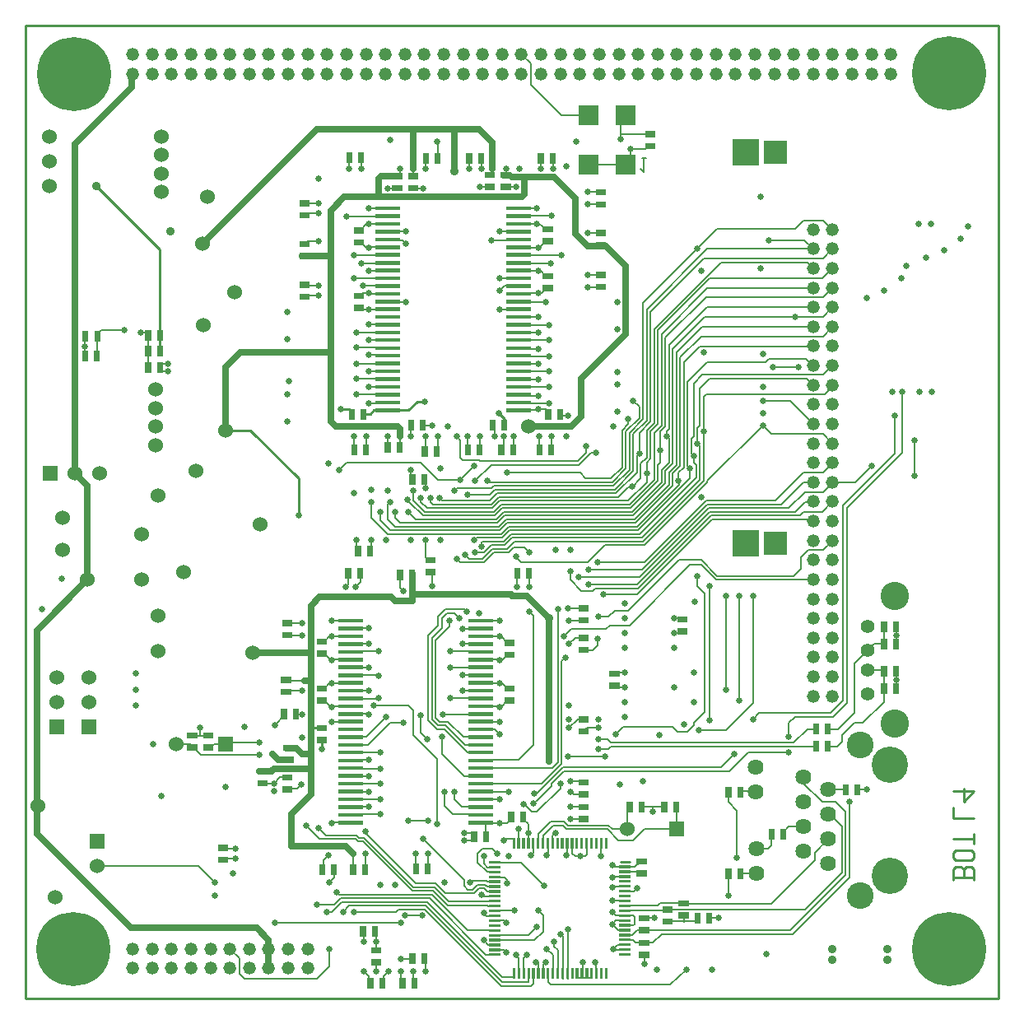
<source format=gbr>
G04 Title: (unknown), layergroup #1 *
G04 Creator: pcb-bin 1.99p *
G04 CreationDate: Sat Nov 20 18:57:41 2004 UTC *
G04 For: clock *
G04 Format: Gerber/RS-274X *
G04 PCB-Dimensions: 394051 394051 *
G04 PCB-Coordinate-Origin: lower left *
%MOIN*%
%FSLAX24Y24*%
G04 contains layers solder (0) GND-sldr (1) Vcc-sldr (2) *
%IPPOS*%
%ADD11C,0.0070*%
%ADD12C,0.0270*%
%ADD13C,0.0250*%
%ADD14C,0.0450*%
%ADD15C,0.0100*%
%ADD16C,0.0300*%
%ADD17C,0.0400*%
%ADD18C,0.0600*%
%ADD19C,0.0150*%
%ADD20C,0.0350*%
%ADD21R,0.0710X0.0710*%
%ADD22R,0.1010X0.1010*%
%ADD23C,0.0200*%
%ADD24C,0.0080*%
%ADD25R,0.0240X0.0240*%
%ADD26R,0.0540X0.0540*%
%ADD27C,0.0060*%
%ADD28C,0.0110*%
%ADD29C,0.0410*%
%ADD30R,0.0110X0.0110*%
%ADD31R,0.0410X0.0410*%
%ADD32C,0.0500*%
%ADD33R,0.0200X0.0200*%
%ADD34R,0.0500X0.0500*%
%ADD35C,0.0120*%
%ADD36C,0.0420*%
%ADD37R,0.0120X0.0120*%
%ADD38R,0.0420X0.0420*%
%ADD39R,0.0600X0.0600*%
%ADD40R,0.0900X0.0900X0.0600X0.0600*%
%ADD41R,0.0900X0.0900*%
%ADD42C,0.0900X0.0600*%
%ADD43C,0.0900*%
%ADD44R,0.1230X0.1230*%
%ADD45R,0.1530X0.1530*%
%ADD46R,0.0290X0.0290*%
%ADD47C,0.0520*%
%AMTHERM1*7,0,0,0.0720,0.0520,0.0110,45*%
%ADD48THERM1*%
%ADD49C,0.0720X0.0520*%
%ADD50C,0.0720*%
%AMTHERM2*7,0,0,0.0900,0.0600,0.0150,45*%
%ADD51THERM2*%
%ADD52C,0.3000*%
%ADD53C,0.3200X0.3000*%
%ADD54C,0.3200*%
%ADD55R,0.0470X0.0470*%
%ADD56R,0.0490X0.0490*%
%ADD57R,0.0790X0.0790*%
%ADD58R,0.0150X0.0150*%
%ADD59R,0.0450X0.0450*%
%ADD60C,0.1080*%
%ADD61C,0.0230*%
%AMTHERM3*7,0,0,0.1280,0.1080,0.0230,45*%
%ADD62THERM3*%
%ADD63C,0.1280X0.1080*%
%ADD64C,0.1280*%
%ADD65C,0.0640*%
%ADD66C,0.0840X0.0640*%
%ADD67C,0.0840*%
%AMTHERM4*7,0,0,0.0840,0.0640,0.0120,45*%
%ADD68THERM4*%
%ADD69C,0.1470*%
%ADD70C,0.1670X0.1470*%
%ADD71C,0.1670*%
%ADD72C,0.0145*%
%AMTHERM5*7,0,0,0.0840,0.0640,0.0145,45*%
%ADD73THERM5*%
%ADD74C,0.1150*%
%AMTHERM6*7,0,0,0.1350,0.1150,0.0120,45*%
%ADD75THERM6*%
%ADD76C,0.1350X0.1150*%
%ADD77C,0.1350*%
%ADD78C,0.0560*%
%ADD79C,0.0720X0.0560*%
%ADD80C,0.0800X0.0560*%
%ADD81C,0.0800*%
%AMTHERM7*7,0,0,0.0800,0.0560,0.0100,45*%
%ADD82THERM7*%
%ADD83C,0.0160*%
%ADD84C,0.0460*%
%ADD85R,0.0160X0.0160*%
%ADD86R,0.0460X0.0460*%
%ADD87R,0.2000X0.2000*%
%ADD88R,0.2200X0.2200*%
%ADD89R,0.2350X0.2350*%
%ADD90R,0.1100X0.1100*%
%ADD91R,0.1300X0.1300X0.1100X0.1100*%
%ADD92R,0.1300X0.1300*%
%ADD93R,0.0950X0.0950*%
%ADD94R,0.1150X0.1150X0.0950X0.0950*%
%ADD95R,0.1150X0.1150*%
%ADD96R,0.1180X0.1180*%
%ADD97R,0.1380X0.1380*%
%ADD98R,0.0400X0.0400*%
%ADD99R,0.1000X0.1000*%
%ADD100R,0.1200X0.1200*%
%ADD101R,0.0300X0.0300*%
%ADD102R,0.0250X0.0250*%
%ADD103R,0.0170X0.0170*%
%ADD104R,0.0560X0.0560*%
%ADD105R,0.0860X0.0860*%
%ADD106R,0.1220X0.1220*%
%ADD107R,0.1520X0.1520*%
%ADD108R,0.0800X0.0800*%
%ADD109C,0.0084*%
%ADD110C,0.0092*%
%ADD111C,0.0450X0.0250*%
%ADD112C,0.0125*%
%AMTHERM8*7,0,0,0.0800,0.0600,0.0125,45*%
%ADD113THERM8*%
%ADD114C,0.0800X0.0600*%
%ADD115C,0.0075*%
%AMTHERM9*7,0,0,0.0450,0.0250,0.0075,45*%
%ADD116THERM9*%
%ADD117C,0.0360*%
%ADD118C,0.0560X0.0360*%
%AMTHERM10*7,0,0,0.0560,0.0360,0.0080,45*%
%ADD119THERM10*%
%LNGROUP_0*%
%LPD*%
G01X0Y0D02*
G54D11*X26500Y21555D02*Y25955D01*
X25000Y28155D02*X28000Y31155D01*
X27600Y20955D02*X29850Y23205D01*
X27000Y20505D02*X25000Y18505D01*
X19250Y20005D02*X24450D01*
X27600Y20905D02*Y20955D01*
X19550Y21305D02*X22450D01*
X24550Y20705D02*X24900Y21055D01*
X16500Y20005D02*X18850D01*
X19150Y20305D01*
X14350Y19355D02*X14750Y18955D01*
X18800Y20155D02*X19100Y20455D01*
X21800Y9205D02*X28500D01*
X18050Y4755D02*X17950Y4705D01*
X17600Y21905D02*Y22605D01*
X14650Y19405D02*Y20005D01*
X24600Y21355D02*X23850Y20605D01*
X29250Y9955D02*X30900D01*
X12300Y1305D02*X11800Y805D01*
X8850D01*
X22350Y21755D02*X18400D01*
X21950Y20755D02*X22550D01*
X32677Y22476D02*Y22477D01*
X12300Y2005D02*Y1305D01*
X8850Y805D02*X8650Y1005D01*
Y1621D01*
G54D13*X450Y14905D02*X2500Y16955D01*
X2000Y34605D02*Y21255D01*
G54D11*X17600Y22605D02*X17450Y22755D01*
X18950Y20755D02*X21950D01*
X18400Y21755D02*X18350Y21805D01*
X18850Y20655D02*X18950Y20755D01*
X32677Y22477D02*X32300Y22855D01*
G54D13*X450Y6655D02*Y14905D01*
G54D11*X18550Y17655D02*X17600D01*
X26400Y10805D02*X26800D01*
X27050Y11055D01*
X24200Y11005D02*X26200D01*
X23900Y10705D02*X24200Y11005D01*
X27500Y16405D02*Y11605D01*
X27200Y16705D02*X27500Y16405D01*
X27200Y17105D02*Y16705D01*
X27950Y16955D02*X31900D01*
X27350Y17555D02*X27950Y16955D01*
X26900Y17555D02*X27350D01*
X24450Y15105D02*X26900Y17555D01*
X24400Y15705D02*X26450Y17755D01*
X27250Y10855D02*X28350D01*
X23450Y9805D02*X21950D01*
X27500Y11605D02*X27050Y11155D01*
X21650Y8505D02*Y8705D01*
X20700Y7555D02*X21650Y8505D01*
X20700Y8005D02*X21300Y8605D01*
X20650Y8005D02*X20700D01*
X20550Y7905D02*X20650Y8005D01*
X20200Y7855D02*X20500Y7555D01*
X20150Y7855D02*X20200D01*
X16650Y9705D02*Y7055D01*
X14100Y11855D02*X15500D01*
X15700Y11655D02*X15500Y11855D01*
X20450Y37005D02*Y37852D01*
X28900Y16305D02*Y12055D01*
X28350Y16305D02*Y12505D01*
X24450Y15105D02*X23650D01*
X28000Y17105D02*X31100D01*
X22650Y21055D02*X23700D01*
X24150Y23005D02*Y21505D01*
X24400Y23255D02*X24150Y23005D01*
X24400Y23455D02*Y23255D01*
X22550Y20755D02*X23800D01*
X24750Y21305D02*Y21955D01*
X30250Y25555D02*X31300D01*
X27600Y25755D02*X29950D01*
X30948Y24205D02*X31889Y23263D01*
X29850Y24205D02*X30948D01*
X29950Y25755D02*X30100Y25905D01*
X31610D01*
X31889Y25625D01*
X26800Y24955D02*X27600Y25755D01*
X20050Y17655D02*X22750D01*
X24950Y17355D02*X22800D01*
X27600Y20005D02*X24950Y17355D01*
X33100Y12055D02*X32600Y11555D01*
X35200Y22055D02*X33100Y19955D01*
X34760Y12565D02*X34750Y12555D01*
X7000Y5355D02*X7650Y4705D01*
X2900Y5355D02*X7000D01*
X32681Y20905D02*X32677Y20901D01*
X33600Y20905D02*X32681D01*
X34250Y21555D02*X33600Y20905D01*
X25050Y18355D02*X27600Y20905D01*
X25110Y34405D02*X25210Y34505D01*
X11900Y6455D02*X11350Y7005D01*
G54D13*X9200Y14005D02*X11450D01*
G54D11*X22450Y21305D02*X22650Y21055D01*
X11300Y12855D02*X10550D01*
X15800Y19405D02*X15500Y19705D01*
X16150D02*X18950D01*
X19500Y18205D02*X19800Y18505D01*
X16100Y19555D02*X15550Y20055D01*
X18950Y19705D02*X19250Y20005D01*
X14000Y20105D02*Y19455D01*
X16400Y20255D02*Y20105D01*
X27600Y30355D02*X31884D01*
X16400Y20105D02*X16500Y20005D01*
X23750Y20905D02*X24300Y21455D01*
X17450Y20655D02*X18850D01*
X7110Y9855D02*X6660Y10305D01*
X8100D02*X7640D01*
X6240Y10165D02*X6100Y10305D01*
X7640D02*X7490Y10155D01*
X6100Y10305D02*X6660D01*
X9450Y9855D02*X7110D01*
X8150Y10355D02*X8100Y10305D01*
X9450Y10355D02*X8150D01*
X12730Y9955D02*X14350D01*
X27300Y23205D02*Y24705D01*
X24750Y16355D02*X23400D01*
X27050Y22755D02*Y24905D01*
X18550Y18055D02*X18850Y18355D01*
X17800Y17955D02*X17950Y17805D01*
G54D15*X15850Y24155D02*X16150D01*
G54D11*X27600Y20005D02*X30600D01*
X22600Y20905D02*X23750D01*
X12730Y10255D02*X13850D01*
G54D13*X10960Y10145D02*X11200Y9905D01*
G54D11*X27550Y24455D02*X32350D01*
X27050Y11055D02*Y11155D01*
X27300Y24705D02*X27700Y25105D01*
X25600Y23255D02*Y27055D01*
X24900Y21655D02*X25150Y21905D01*
X24400Y20155D02*X25150Y20905D01*
G54D13*X19650Y16355D02*X15650D01*
G54D11*X16700Y21005D02*X17600D01*
G54D13*X11210Y30055D02*X12350D01*
G54D11*X32309Y31505D02*X32677Y31137D01*
G54D13*X11550Y15905D02*X11900Y16255D01*
G54D11*X26800Y21555D02*Y24955D01*
X27350Y26805D02*X32281D01*
X26200Y11005D02*X26400Y10805D01*
X26450Y20805D02*Y20955D01*
X17650Y7755D02*X18870D01*
X17350Y8055D02*X17650Y7755D01*
X17350Y8355D02*Y8055D01*
X19150Y20305D02*X24000D01*
X25950Y22755D02*Y22955D01*
X32694Y31155D02*X32677Y31137D01*
X26650Y21505D02*Y25755D01*
X26433Y20971D02*Y21288D01*
X16950Y7805D02*X17300Y7455D01*
X16950Y8355D02*Y7805D01*
X26650Y25755D02*X27300Y26405D01*
X19550Y8355D02*X18850D01*
X32281Y26805D02*X32677Y27200D01*
X19200Y8055D02*X18860D01*
X24300Y21455D02*Y22955D01*
X24850Y23505D01*
Y23955D01*
X16200Y1545D02*X16140Y1605D01*
X16200Y1105D02*Y1545D01*
X14200Y1465D02*Y1105D01*
X15700D02*Y605D01*
X15200Y1105D02*Y515D01*
X14500Y905D02*Y515D01*
X14700Y1105D02*X14500Y905D01*
X13900D02*Y515D01*
X13700Y1105D02*X13900Y905D01*
X19400Y6455D02*X19350Y6405D01*
X19770Y6455D02*X19400D01*
X12700Y4205D02*X12600Y4305D01*
X24250Y12605D02*X23850D01*
X28450Y7955D02*Y8405D01*
X13300Y3505D02*X15000D01*
X28800Y5705D02*Y7605D01*
X12750Y4055D02*X12500Y3805D01*
G54D13*X4250Y2855D02*X450Y6655D01*
G54D11*X17100Y3755D02*X16500Y4355D01*
X15650D01*
X12150Y6605D02*X13400D01*
X15650Y4355D02*X13650Y6355D01*
X18630Y1775D02*X16350Y4055D01*
X19300Y655D02*X16200Y3755D01*
X15600Y22755D02*Y23155D01*
X16450Y4205D02*X12700D01*
X18720Y3735D02*X18700Y3755D01*
X18830Y3735D02*X18720D01*
X11850Y6905D02*X12150Y6605D01*
X18850Y2755D02*X17900D01*
X18700Y3755D02*X17100D01*
X17900Y2755D02*X16450Y4205D01*
X16350Y4055D02*X12750D01*
X13400Y6605D02*X13500Y6505D01*
X18830Y3345D02*X18660D01*
X16250Y3905D02*X12800D01*
X24850Y23955D02*X24600Y24205D01*
X18660Y3345D02*X18550Y3455D01*
X12800Y3905D02*X12400Y3505D01*
X13250Y5855D02*Y5205D01*
X22600Y20905D02*X18750D01*
X16850Y20155D02*X18800D01*
X15800Y5855D02*Y5255D01*
X14650Y19405D02*X14950Y19105D01*
X19950Y6855D02*X19960Y6845D01*
X18500Y6055D02*X18900D01*
X18300Y5855D02*X18500Y6055D01*
X18300Y5505D02*Y5855D01*
X18690Y5115D02*X18300Y5505D01*
X18830Y5115D02*X18690D01*
X32294Y27605D02*X32677Y27987D01*
X18550Y5755D02*Y5455D01*
X20050Y5505D02*X21000Y4555D01*
X18830Y5505D02*X20050D01*
X25600Y20955D02*Y21605D01*
G54D13*X11550Y9355D02*X11500Y9305D01*
G54D11*X15150Y19255D02*X14950Y19455D01*
X24100Y35755D02*Y34805D01*
X16300Y11255D02*Y14705D01*
X26250Y14805D02*X26550D01*
X19350Y18505D02*X19650Y18805D01*
X19500Y7105D02*X19650Y7255D01*
X18650Y7105D02*X19500D01*
X19650Y18805D02*X24850D01*
X20950Y6605D02*X21350Y7005D01*
X21900Y6855D02*X21750Y7005D01*
X23550Y6855D02*X21900D01*
X24000Y6405D02*X23550Y6855D01*
X24600Y6405D02*X24000D01*
X23600Y7005D02*X21950D01*
X23750Y6855D02*X23600Y7005D01*
X24350Y6855D02*X23750D01*
X18860Y3555D02*X18850Y3545D01*
X19800Y3555D02*X18860D01*
X19500Y4805D02*Y4655D01*
X19400Y4905D02*X19500Y4805D01*
X12250Y5805D02*X12050Y5605D01*
X18740Y2165D02*X18550Y2355D01*
X18830Y2165D02*X18740D01*
X19400Y4905D02*X19050D01*
X13560Y17305D02*Y16865D01*
X18640Y6605D02*Y7095D01*
X21150Y5855D02*X21100Y5805D01*
X21150Y6455D02*Y5855D01*
X20550Y5905D02*X20450Y5805D01*
X20550Y6455D02*Y5905D01*
X21930Y5835D02*X21900Y5805D01*
X21930Y6455D02*Y5835D01*
X22330Y835D02*X22900D01*
X22550Y855D02*Y1455D01*
X20700D02*X20650D01*
X20750Y1405D02*X20700Y1455D01*
X20750Y855D02*Y1405D01*
X24850Y22055D02*Y22905D01*
X30900Y10605D02*Y11155D01*
X24500Y34405D02*Y33755D01*
X32500Y8455D02*X33200D01*
X25050Y1405D02*Y1755D01*
X25450Y3255D02*X25050D01*
X23900Y3355D02*X24600D01*
X24650Y3005D02*Y3305D01*
X24610Y2965D02*X24650Y3005D01*
X24450Y2965D02*X24610D01*
X24630Y4335D02*X24750Y4455D01*
X24450Y4335D02*X24630D01*
X23900Y3355D02*X23750Y3505D01*
X24650Y3305D02*X24600Y3355D01*
X23770Y4925D02*X23750Y4905D01*
X24450Y4925D02*X23770D01*
X22950Y14105D02*X22650D01*
X23150Y14305D02*X22950Y14105D01*
X23150Y14555D02*Y14305D01*
X25600Y21605D02*X25700Y21705D01*
Y22955D01*
X20400Y16655D02*Y17205D01*
X22740Y10955D02*X22600Y10815D01*
X23200Y10955D02*X22740D01*
X22590Y7255D02*X22600Y7265D01*
X22050Y7255D02*X22590D01*
X11200Y11505D02*X10950D01*
X11200Y15205D02*X10600D01*
X14000Y18555D02*Y18155D01*
X21060Y23855D02*X21160Y23755D01*
X20750Y23855D02*X21060D01*
X20800Y22755D02*Y22205D01*
X18400Y22755D02*Y22205D01*
X16200Y20655D02*Y20955D01*
Y22755D02*Y22155D01*
X13800Y22755D02*Y22205D01*
X20850Y29455D02*X21060Y29245D01*
X20421Y29455D02*X20850D01*
X20400Y31355D02*X20810D01*
X13900Y28555D02*X13640D01*
X13900Y30405D02*X13800D01*
X13600Y30605D01*
X20810Y31355D02*X21060Y31155D01*
X13640Y28555D02*X13590Y28505D01*
X14250Y30416D02*X13911D01*
X13900Y30405D01*
X14250Y28526D02*X13921D01*
X13900Y28505D01*
X20392Y23816D02*X20711D01*
X20750Y23855D01*
X20400Y32005D02*X20700D01*
X20728Y29476D02*X20750Y29455D01*
X19200Y27905D02*X20400D01*
X20421Y29455D02*X20400Y29476D01*
X22750Y32655D02*X23300D01*
X22750Y29305D02*X23300D01*
X18640Y7095D02*X18650Y7105D01*
X12700Y11825D02*X12430D01*
X12400Y11855D01*
X12700Y13715D02*X12410D01*
X12400Y13705D01*
X18870Y15295D02*X19190D01*
X19200Y15305D01*
X18900Y11205D02*X19200D01*
X18890Y12755D02*X18870Y12775D01*
X12400Y11805D02*X12350D01*
X12090Y12065D01*
X12400Y13705D02*X12350D01*
X12100Y13955D01*
X18850Y14655D02*X19250D01*
X19510Y14395D01*
X18890Y12755D02*X19310D01*
X19510Y12555D01*
X13600Y33605D02*Y33965D01*
X16200Y33605D02*Y34105D01*
X18450Y33605D02*Y33995D01*
X18440Y34005D01*
X20850Y33605D02*Y34005D01*
X11850Y28855D02*X11300D01*
X11850Y32205D02*X11300D01*
X33200Y7555D02*X32800Y7955D01*
X33200Y5005D02*Y7555D01*
X30960Y2765D02*X33200Y5005D01*
X25050Y2765D02*X30960D01*
X26650Y3365D02*Y3105D01*
X27200Y3115D02*X27210Y3105D01*
X26000Y3115D02*X27200D01*
X26000Y3605D02*X31550D01*
X31950Y5905D02*X32500Y6455D01*
X31950Y5605D02*Y5905D01*
X30190Y3845D02*X31950Y5605D01*
X26650Y3845D02*X30190D01*
G54D15*X15511Y23816D02*X15850Y24155D01*
G54D11*X33050Y5105D02*Y6955D01*
X31550Y3605D02*X33050Y5105D01*
Y6955D02*X32550Y7455D01*
X25700Y3855D02*X26650D01*
X25600Y3755D02*X25700Y3855D01*
X24450Y3755D02*X25600D01*
X24450Y3555D02*X26000D01*
X25210Y35005D02*X24100D01*
X31869Y25605D02*X31889Y25625D01*
X24400Y5125D02*X24930D01*
X25040Y2755D02*X25050Y2765D01*
X24750Y2755D02*X25040D01*
X24550Y2555D02*X24750Y2755D01*
X24450Y2555D02*X24550D01*
X31500Y8705D02*Y8955D01*
X24580Y2375D02*X24700Y2255D01*
X24400Y2375D02*X24580D01*
X18550Y5455D02*X18700Y5305D01*
X32269Y29155D02*X32677Y29562D01*
X20500Y7555D02*X20700D01*
X12400Y3505D02*X12200D01*
X20370Y675D02*X20350Y655D01*
X20370Y835D02*Y675D01*
X25750Y20905D02*Y21405D01*
Y23205D02*Y26905D01*
X17950Y17805D02*X18500D01*
X19010Y10895D02*X19200Y10705D01*
G54D13*X15650Y17205D02*Y16105D01*
G54D11*X18870Y9325D02*X21320D01*
G54D13*X19610Y33345D02*X19700Y33255D01*
G54D11*X19970Y1635D02*X19850Y1755D01*
X19970Y835D02*Y1635D01*
G54D13*X12350Y26155D02*X8700D01*
X15050Y23155D02*X15150Y23055D01*
X12550Y23155D02*X15050D01*
X12350Y23355D02*X12550Y23155D01*
G54D11*X20170Y1625D02*X20300Y1755D01*
X18870Y10895D02*X19010D01*
X18870Y11505D02*X16900D01*
D03*
G54D13*X8100Y25555D02*Y23005D01*
G54D11*X24930Y5125D02*X24950Y5105D01*
X34110Y14095D02*X34090D01*
X33550Y13555D02*Y11555D01*
X32850Y10205D02*X32500D01*
X32306Y25255D02*X32677Y25625D01*
X34760Y15145D02*Y14355D01*
X34750Y12555D02*Y12005D01*
X35039Y37436D02*Y37394D01*
X32900Y10905D02*X32500D01*
X24850Y18805D02*X27150Y21105D01*
X33250Y11955D02*X32700Y11405D01*
X34760Y14355D02*X34370D01*
X34750Y12005D02*X33900Y11155D01*
X34252Y37436D02*Y37207D01*
X33550Y11555D02*X32900Y10905D01*
X34090Y14095D02*X33550Y13555D01*
X33050Y10405D02*X32850Y10205D01*
X34370Y14355D02*X34110Y14095D01*
X33900Y11155D02*X33550D01*
X33050Y10655D02*Y10405D01*
X33550Y11155D02*X33050Y10655D01*
X34252Y38224D02*X34218D01*
X18450Y18305D02*Y18455D01*
G54D13*X11200Y9905D02*X11550D01*
G54D11*X21550Y9555D02*Y15755D01*
X21850Y13805D02*X21700Y13655D01*
X26050Y21705D02*Y22655D01*
X25150Y21705D02*X25300Y21855D01*
X26350Y26155D02*X27400Y27205D01*
X25150Y23005D02*X25450Y23305D01*
X25750Y26905D02*X27600Y28755D01*
X15200Y3055D02*X10106D01*
X23900Y20455D02*X24750Y21305D01*
X26050Y22655D02*X25950Y22755D01*
X18450Y18455D02*X18500Y18505D01*
X25300Y22955D02*X25600Y23255D01*
X19850Y17855D02*X20050Y17655D01*
X26200Y26305D02*X27500Y27605D01*
G54D13*X11550Y9355D02*Y15905D01*
G54D11*X21800Y14655D02*X22100Y14955D01*
X13560Y16865D02*X13350Y16655D01*
G54D13*X14950Y16105D02*X15650D01*
G54D11*X25300Y21855D02*Y22955D01*
G54D15*X14111Y23816D02*X15511D01*
G54D11*X27550Y28405D02*X32307D01*
X22100Y14955D02*X23490D01*
G54D13*X24300Y29655D02*Y26905D01*
G54D11*X21320Y9325D02*X21550Y9555D01*
X19950Y9655D02*X18900D01*
G54D13*X20300Y16305D02*X21200Y15405D01*
G54D11*X13900Y13405D02*X12730D01*
X13700Y2305D02*Y2795D01*
X18830Y1775D02*X18630D01*
X12730Y13085D02*X14270D01*
X15000Y3505D02*X15100Y3605D01*
X19300Y855D02*X16250Y3905D01*
X14270Y13085D02*X14300Y13055D01*
X15350Y3355D02*X16050D01*
G54D13*X9842Y1216D02*Y2362D01*
G54D11*X12730Y12145D02*X14290D01*
X12500Y3805D02*X11800D01*
X28450Y5045D02*X28460Y5055D01*
X13890Y11515D02*X13900Y11505D01*
X16200Y3755D02*X13100D01*
X19770Y855D02*X19300D01*
X12730Y11515D02*X13890D01*
X18400Y15555D02*X18350Y15605D01*
X15100Y3605D02*X16150D01*
X14290Y12145D02*X14300Y12155D01*
X23850Y20605D02*X19000D01*
X17300Y7455D02*X18900D01*
X14350D02*X12700D01*
X20350Y655D02*X19300D01*
X31872Y24855D02*X31889Y24838D01*
X14350Y8055D02*X12740D01*
X13900Y8355D02*X12730D01*
X18500Y17805D02*X18900Y18205D01*
X14350Y8705D02*X12760D01*
X13900Y9005D02*X12730D01*
G54D13*X9842Y2362D02*X9350Y2855D01*
G54D11*X20950Y3355D02*X20750Y3555D01*
X20950Y2705D02*Y3355D01*
X13900Y7755D02*X12760D01*
X13900Y9655D02*X12750D01*
X23650Y15105D02*X23500Y14955D01*
X20600Y2355D02*X20950Y2705D01*
X18550Y4455D02*X18350D01*
X14350Y9305D02*X12700D01*
X25950Y22955D02*X26050Y23055D01*
X22590Y15305D02*X22600Y15315D01*
X22000Y15305D02*X22590D01*
X18350Y4455D02*X18150Y4255D01*
X16600Y4655D02*X17000Y4255D01*
X18600Y4605D02*X18300D01*
X18100Y4405D01*
X20450Y505D02*X19250D01*
X20550Y605D02*X20450Y505D01*
X18100Y4405D02*X17900D01*
X27150Y21105D02*Y21155D01*
X18850Y18355D02*X19400D01*
X20550Y855D02*Y605D01*
X19400Y18355D02*X19700Y18655D01*
X24950D01*
X23200Y10105D02*X23600D01*
X20170Y835D02*Y1625D01*
X23600Y10105D02*X23700Y10205D01*
X16000Y20255D02*Y20105D01*
X16250Y19855D01*
X18900D01*
X18350Y21805D02*X17700D01*
X32282Y29955D02*X32677Y30350D01*
X19000Y23155D02*X18950Y23205D01*
X19000Y22755D02*Y23155D01*
G54D13*X23500Y30455D02*X24300Y29655D01*
G54D11*X19350Y22755D02*Y22205D01*
G54D13*X10750Y7455D02*X11550Y8255D01*
G54D11*X13400Y24455D02*X14250D01*
X13900Y24755D02*X14252D01*
X13400Y25105D02*X14250D01*
X13900Y25405D02*X14252D01*
X13400Y25705D02*X14252D01*
X13900Y26055D02*X14252D01*
X13400Y26355D02*X14252D01*
X14251Y26655D02*X14252Y26656D01*
X13900Y26655D02*X14251D01*
X13400Y26955D02*X14252D01*
X13900Y27305D02*X14252D01*
X15400Y28205D02*X14250D01*
X13650Y28855D02*X14252D01*
X14248Y29155D02*X14250Y29156D01*
X13300Y29155D02*X14248D01*
X13600Y29755D02*X14252D01*
X14250Y30105D02*Y30106D01*
X13300Y30105D02*X14250D01*
X15250Y30705D02*X14250D01*
X15400Y30555D02*X15250Y30705D01*
X15400Y31055D02*X14252D01*
X13000Y31655D02*X14200D01*
X18850Y2355D02*X20600D01*
X23700Y10205D02*X31950D01*
X23200Y10505D02*X23550D01*
X23700Y10355D01*
X31100D01*
X31650Y10905D01*
X32010D01*
X26100Y555D02*X26750Y1155D01*
X28150Y9355D02*X28700Y9905D01*
X29700Y11555D02*X29450Y11305D01*
G54D13*X20100Y32455D02*X12900D01*
G54D11*X21250Y555D02*X26100D01*
X34110Y13295D02*X34750D01*
X34760Y13305D01*
X21150Y655D02*X21250Y555D01*
X21200Y24105D02*X20392D01*
X20750Y24405D02*X20400D01*
X21200Y24755D02*X20392D01*
X20750Y25055D02*X20392D01*
X21200Y25405D02*X20392D01*
X20401Y25705D02*X20400Y25706D01*
X20750Y25705D02*X20401D01*
X21200Y26005D02*X20400D01*
X20750Y26305D02*X20400D01*
X20394Y26655D02*X20392Y26656D01*
X21200Y26655D02*X20394D01*
X20750Y26955D02*X20400D01*
X21200Y27255D02*X20392D01*
X20400Y27605D02*X20392D01*
Y27597D02*X20400Y27605D01*
X20392Y27596D02*Y27597D01*
X20401Y27605D02*X20392Y27596D01*
X20750Y27605D02*X20401D01*
X20404Y28205D02*X20392Y28216D01*
X21050Y28205D02*X20404D01*
X19400Y28855D02*X20392D01*
X19200Y28655D02*X19400Y28855D01*
X19200Y29155D02*X20400D01*
X21250Y29755D02*X20400D01*
X20394Y30105D02*X20392Y30106D01*
X21700Y30105D02*X20394D01*
X18850Y30705D02*X20392D01*
X19200Y31055D02*X20400D01*
X21300Y31705D02*X20392D01*
G54D13*X12900Y32455D02*X12350Y31905D01*
G54D11*X15150Y22755D02*Y22285D01*
X34760Y13305D02*Y12565D01*
X35200Y22055D02*Y23605D01*
G54D13*X4300Y37455D02*Y36905D01*
G54D11*X21150Y855D02*Y655D01*
G54D13*X4300Y36905D02*X2000Y34605D01*
G54D11*X21350Y1755D02*Y835D01*
X21100Y2005D02*X21350Y1755D01*
X21550Y1955D02*Y835D01*
X30200Y22855D02*X29850Y23205D01*
X21400Y2105D02*X21550Y1955D01*
X29450Y16305D02*Y11955D01*
X21400Y2305D02*Y2105D01*
X22050Y8355D02*X22200Y8255D01*
X22540D01*
X22550Y8265D01*
X21750Y2505D02*Y805D01*
X14258Y31055D02*X14250Y31046D01*
X14231Y31655D02*X14252Y31676D01*
X24950Y18655D02*X27300Y21005D01*
G54D13*X10750Y6155D02*X12950D01*
G54D11*X21650Y2605D02*X21750Y2505D01*
X21700Y35755D02*X20450Y37005D01*
Y37852D02*X20078Y38224D01*
G54D13*X2500Y20755D02*X2000Y21255D01*
G54D11*X13650Y6355D02*X13450D01*
X8650Y1621D02*X8267Y2003D01*
X13900Y24105D02*X14250D01*
X21950Y2805D02*Y805D01*
X20350Y2555D02*X20700Y2905D01*
X18830Y2555D02*X20350D01*
X18700Y5305D02*X18820D01*
X18830Y5315D01*
X12050Y5605D02*Y5295D01*
X13450Y6355D02*X13350Y6455D01*
X11900D01*
X18900Y18205D02*X19500D01*
X26350Y6855D02*Y7755D01*
X24350Y7655D02*X24450Y7755D01*
X24350Y6855D02*Y7655D01*
X22800Y33755D02*X24450D01*
X25050Y6855D02*X26350D01*
X18150Y18555D02*X18250Y18655D01*
X13900Y12455D02*X12750D01*
X22750Y17655D02*X23450Y18355D01*
X13000Y21705D02*X16000D01*
X18800Y20405D02*X17900D01*
G54D13*X11500Y9305D02*X10050D01*
X9950Y9205D01*
X9460D01*
X2500Y16955D02*Y20755D01*
G54D11*X17700Y12455D02*X18870D01*
X11000Y8505D02*X10600D01*
X28450Y4155D02*Y5045D01*
X8500Y5655D02*X8000D01*
G54D13*X12350Y31905D02*Y23355D01*
X10550Y10145D02*X10960D01*
G54D11*X17700Y13105D02*X18870D01*
X17200Y13405D02*X18870D01*
X18850Y14055D02*X18870Y14035D01*
X17200Y14055D02*X18850D01*
X18840Y14355D02*X18850Y14345D01*
X17700Y14355D02*X18840D01*
X18850Y14955D02*X18870Y14975D01*
X17700Y14955D02*X18850D01*
X16850Y10605D03*
X11150Y8655D02*X11000Y8505D01*
X28800Y7605D02*X28450Y7955D01*
G54D13*X19700Y33255D02*X21400D01*
G54D11*X17600Y21005D02*X18150Y21555D01*
X14300Y14055D02*X12730D01*
X13900Y14355D02*X12730D01*
X13900Y15005D02*X12730D01*
X17120Y3935D02*X16550Y4505D01*
X25750Y21405D02*X26050Y21705D01*
X18150Y4255D02*X17000D01*
G54D13*X19360Y33345D02*X19610D01*
X19650Y16355D02*X19700Y16305D01*
X22750Y30455D02*X23500D01*
X8700Y26155D02*X8100Y25555D01*
G54D11*X16000Y11455D02*Y10755D01*
X20550Y15505D02*Y10255D01*
X16200Y17855D02*X16350Y17705D01*
X16200Y18555D02*Y17855D01*
X18830Y4525D02*X18680D01*
X20550Y10255D02*X19950Y9655D01*
G54D13*X19700Y16305D02*X20300D01*
G54D11*X10000Y9255D02*X9650D01*
X15800Y4655D02*X13800Y6655D01*
X16850Y9905D02*Y10605D01*
G54D13*X14390Y33295D02*X14300Y33205D01*
G54D11*X17000Y15755D02*X17750D01*
Y4555D02*Y4805D01*
X13500Y6505D02*X13700D01*
G54D13*X22250Y32405D02*Y30955D01*
G54D11*X18200Y18055D02*X18550D01*
X16100Y6455D02*X17750Y4805D01*
X18830Y4325D02*X18680D01*
X17750Y15755D02*X17850Y15655D01*
X15160Y17245D02*Y16645D01*
G54D13*X15140Y33295D02*X14390D01*
X9350Y2855D02*X4250D01*
G54D11*X18680Y4325D02*X18550Y4455D01*
X19000Y20605D02*X18800Y20405D01*
X13100Y3755D02*X12850Y3505D01*
X18680Y4525D02*X18600Y4605D01*
X17900Y4405D02*X17750Y4555D01*
X16650Y10905D02*X16300Y11255D01*
X17750Y9005D02*X16850Y9905D01*
X16150Y3605D02*X19250Y505D01*
X15700Y4505D02*X13700Y6505D01*
G54D13*X12950Y6155D02*X13250Y5855D01*
G54D11*X16750Y20255D02*X16850Y20155D01*
X18830Y3935D02*X17120D01*
X16550Y4505D02*X15700D01*
X16600Y4655D02*X15800D01*
X25150Y21905D02*Y23005D01*
G54D13*X22500Y25105D02*Y23555D01*
X15150Y23055D02*Y22755D01*
X17350Y33505D02*Y35205D01*
X21200Y15405D02*Y9605D01*
G54D11*X21700Y13655D02*Y9505D01*
G54D13*X22250Y30955D02*X22750Y30455D01*
G54D11*X24600Y6405D02*X25050Y6855D01*
X15550Y20055D02*X15400Y20205D01*
X22800Y35755D02*X21700D01*
X21950Y7005D02*X21800Y7155D01*
X24500Y34405D02*X25110D01*
X31534Y30705D02*X31889Y30350D01*
G54D13*X18350Y35205D02*X18900Y34655D01*
X20200Y32555D02*X20100Y32455D01*
X18900Y34655D02*Y33605D01*
X24300Y26905D02*X22500Y25105D01*
X11800Y35205D02*X18350D01*
G54D11*X34250Y21555D03*
X20400Y15655D02*X20550Y15505D01*
X30600Y20005D02*X31500Y20905D01*
X21700Y9505D02*X20900Y8705D01*
G54D13*X21400Y33255D02*X22250Y32405D01*
G54D11*X32684Y29555D02*X32677Y29562D01*
X17200Y12155D02*X18870D01*
G54D13*X11900Y16255D02*X14800D01*
G54D11*X27450Y22955D03*
G54D13*X15350Y16105D02*X15450D01*
G54D11*X18650Y4755D02*X18050D01*
G54D13*X10750Y6155D02*Y7455D01*
X11550Y8255D02*Y9305D01*
G54D11*X16650Y9705D02*X15700Y10655D01*
X15500Y7205D02*X16300D01*
X16000Y10755D02*X16250Y10505D01*
X13860Y10265D02*X14750Y11155D01*
X16100Y19555D02*X19000D01*
X19300Y19855D01*
X20750Y6655D02*X21250Y7155D01*
X18900Y6055D02*X19100Y5855D01*
X21750Y7005D02*X21350D01*
X20950Y6455D02*Y6605D01*
X19960Y6455D02*Y6845D01*
X19300Y19855D02*X24500D01*
X21800Y7155D02*X21250D01*
X20750Y6455D02*Y6655D01*
X30910Y6955D02*X30700Y6745D01*
X24500Y19855D02*X25600Y20955D01*
X31500Y6955D02*X30910D01*
X18750Y20905D02*X18700Y20955D01*
X19050Y19405D02*X19350Y19705D01*
X24550D01*
X25750Y20905D01*
X15150Y19255D02*X19100D01*
X28990Y8405D02*X28940Y8355D01*
X19100Y19255D02*X19400Y19555D01*
X29550Y8405D02*X28990D01*
X29600Y5055D02*X28950D01*
X19400Y19555D02*X24600D01*
X25900Y20855D01*
G54D13*X14800Y16255D02*X14950Y16105D01*
G54D11*Y19105D02*X19150D01*
X19450Y19405D01*
X24650D01*
X26050Y20805D01*
X14750Y18955D02*X19200D01*
X33350Y4905D02*Y7955D01*
X19200Y18955D02*X19500Y19255D01*
X24700D01*
X15150Y33605D02*Y33305D01*
X15700Y33605D02*Y33305D01*
X31050Y2605D02*X33350Y4905D01*
X27700Y16705D02*Y11255D01*
X24700Y19255D02*X26200Y20755D01*
X25750Y2605D02*X31050D01*
X25400Y2255D02*X25750Y2605D01*
X14650Y18805D02*X19250D01*
X19550Y19105D01*
X24750D01*
X24700Y2255D02*X25400D01*
X24750Y19105D02*X26450Y20805D01*
X19450Y33605D02*Y33345D01*
X18900Y33605D02*Y33345D01*
G54D13*X11800Y35205D02*X7150Y30555D01*
G54D11*X15800Y19405D02*X19050D01*
G54D13*X22100Y23155D02*X20350D01*
X20200Y33255D02*Y32555D01*
G54D11*X18250Y18655D02*X19300D01*
G54D13*X22500Y23555D02*X22100Y23155D01*
G54D11*X18860Y8705D02*X20900D01*
G54D13*X15700Y33605D02*Y35205D01*
G54D11*X32250Y7955D02*X31500Y8705D01*
X19300Y18655D02*X19600Y18955D01*
X15700Y10655D02*Y11655D01*
X32800Y7955D02*X32250D01*
X19600Y18955D02*X24800D01*
X26900Y21055D01*
X18500Y18505D02*X19350D01*
X16700Y21005D02*X16000Y21705D01*
X14750Y11155D02*X15300D01*
X23700Y21055D02*X24150Y21505D01*
X26450Y17755D02*X27350D01*
X23200Y15455D02*X23600D01*
X23850Y15705D01*
X24400D01*
X28350Y10855D02*X29450Y11955D01*
X27350Y17755D02*X28000Y17105D01*
X31100D02*X31400Y17405D01*
Y17855D01*
X31700Y18155D01*
X32300D01*
X32650Y18505D01*
X33100Y19955D02*Y12055D01*
X22050Y16955D02*Y17305D01*
X22950Y16505D02*X22500D01*
X23050Y16605D02*X22950Y16505D01*
X27800Y19405D02*X31800D01*
X31900Y19305D01*
X33250Y19855D02*Y11955D01*
X32300Y20505D02*X32700Y20905D01*
X31550Y20105D02*X31900D01*
X32268Y19705D02*X32677Y20113D01*
X27650Y19855D02*X30900D01*
X31550Y20505D01*
X32300D01*
X35500Y22105D02*X33250Y19855D01*
X24750Y16755D02*X22800D01*
X27700Y19705D02*X24750Y16755D01*
X32300Y21305D02*X32700Y21705D01*
X22500Y16505D02*X22050Y16955D01*
X27550Y20155D02*X30350D01*
X22400Y17055D02*X24850D01*
X27750Y19555D02*X31350D01*
X31500Y19705D01*
X32268D01*
X30350Y20155D02*X31500Y21305D01*
X27650Y19855D02*X24850Y17055D01*
X35500Y24555D02*Y22105D01*
X31869Y28755D02*X31889Y28775D01*
X27700Y19705D02*X31150D01*
X31550Y20105D01*
X31500Y21305D02*X32300D01*
X25050Y17655D02*X27550Y20155D01*
X30900Y11155D02*X31150Y11405D01*
X27750Y19555D02*X24800Y16605D01*
X23050D01*
X27800Y19405D02*X24750Y16355D01*
X19200Y20155D02*X24400D01*
X28000Y31155D02*X31150D01*
X17350Y20555D02*X17450Y20655D01*
X31150Y31155D02*X31500Y31505D01*
X32309D01*
X25150Y20905D02*Y21705D01*
X31884Y30355D02*X31889Y30350D01*
X24400Y20705D02*X24550D01*
X25300Y27805D02*X27450Y29955D01*
X32282D01*
X25450Y23305D02*Y27105D01*
X30100Y30705D02*X31534D01*
X25600Y27055D02*X27700Y29155D01*
X32269D01*
X32250D01*
X25900Y20855D02*Y21355D01*
X27600Y28755D02*X31869D01*
X26050Y23055D02*Y26455D01*
X27600Y28005D01*
X31900D01*
X26200Y21655D02*Y26305D01*
X25900Y21355D02*X26200Y21655D01*
X21300Y8705D02*X21800Y9205D01*
X26450Y20955D02*X26433Y20971D01*
X27500Y27605D02*X32300D01*
X31150Y11405D02*X32700D01*
X18900Y19855D02*X19200Y20155D01*
X27400Y27205D02*X31885D01*
X31889Y27200D01*
X31895D01*
X26433Y21288D02*X26650Y21505D01*
X21300Y8605D02*Y8705D01*
X20600Y8305D02*X20700D01*
X31500Y20905D02*X31900D01*
X27300Y26405D02*X31900D01*
X26950Y22655D02*X27050Y22755D01*
X25900Y23155D02*Y26755D01*
X27550Y28405D01*
X27450Y24355D02*X27550Y24455D01*
X27050Y24905D02*X27400Y25255D01*
X32306D01*
X27450Y20955D02*Y24355D01*
X19800Y18505D02*X25000D01*
X27000Y20505D02*X27450Y20955D01*
X25300Y23355D02*Y27805D01*
X14350Y19705D02*Y19355D01*
X23450Y18355D02*X25050D01*
X32350Y24455D02*X32700Y24805D01*
X25450Y27105D02*X28150Y29805D01*
X31650D01*
X31900Y29555D01*
X14650Y20005D02*X14750Y20155D01*
X17700Y21805D02*X17600Y21905D01*
X22350Y21755D02*X22700Y22105D01*
X18200Y20955D02*X18850Y21605D01*
X22400D01*
X31885Y24055D02*X31889Y24050D01*
X24750Y21955D02*X24850Y22055D01*
X22900Y22105D02*X23100D01*
X22400Y21605D02*X22900Y22105D01*
X22700D02*Y22355D01*
X25300Y23355D02*X24850Y22905D01*
X24000Y20305D02*X24400Y20705D01*
X24900Y21055D02*Y21655D01*
X15160Y16645D02*X15300Y16505D01*
X22050Y8805D02*X22600D01*
X24600Y21355D02*Y22855D01*
X25150Y23405D01*
Y27905D01*
X27600Y30355D01*
X19100Y20455D02*X23900D01*
X24450Y21405D02*Y22905D01*
X25000Y23455D02*Y28155D01*
X24450Y22905D02*X25000Y23455D01*
X12700Y21405D02*X13000Y21705D01*
X23150Y17655D02*X25050D01*
X32600Y11555D02*X29700D01*
X27300Y21005D02*Y22355D01*
X27200Y22455D01*
Y23105D01*
X27300Y23205D01*
X32300Y22855D02*X30200D01*
X21750Y9355D02*X28150D01*
X28500Y9205D02*X29250Y9955D01*
X20700Y8305D02*X21750Y9355D01*
X26900Y21055D02*Y21455D01*
X26800Y21555D01*
X17600Y17655D02*X17450Y17805D01*
X26200Y20755D02*Y21255D01*
X26500Y21555D01*
X36000Y21155D02*Y22605D01*
X26500Y25955D02*X27350Y26805D01*
X26050Y20805D02*Y21305D01*
X26350Y21605D01*
Y26155D01*
X14950Y19455D02*Y19705D01*
X13800Y10605D02*X12730D01*
G54D15*X12750Y23855D02*X13090D01*
G54D13*X11300Y12855D02*X11550D01*
G54D11*X25700Y22955D02*X25900Y23155D01*
X27050Y21705D02*Y21955D01*
X15700Y20555D02*Y20155D01*
X32307Y28405D02*X32677Y28775D01*
X26950Y22655D02*Y22055D01*
X27050Y21955D01*
X27150Y21105D02*Y21605D01*
X27050Y21705D01*
X14000Y19455D02*X14650Y18805D01*
X20550Y7905D02*X20600Y7855D01*
X31895Y27200D02*X31900Y27205D01*
X31622Y25105D02*X31889Y24838D01*
X27700Y25105D02*X31622D01*
X25667Y22172D02*X25766Y22221D01*
X24450Y20005D02*X25450Y21005D01*
X15700Y20155D02*X16150Y19705D01*
X25450Y21005D02*Y22905D01*
X25750Y23205D01*
X23800Y20755D02*X24450Y21405D01*
X16700Y34655D02*X16650Y34705D01*
X16700Y34005D02*Y34655D01*
X11200Y12455D02*X10550D01*
X6660Y10645D02*X7500D01*
X7050Y10955D02*Y10655D01*
G54D15*X19390Y23155D02*Y23465D01*
G54D11*X22250Y14605D02*X22000Y14355D01*
X15200Y1605D02*X15660D01*
X14200Y2835D02*Y1945D01*
X25400Y7555D02*Y7755D01*
X16300Y5265D02*X16290Y5255D01*
X16300Y5855D02*Y5265D01*
X13750Y5855D02*Y5205D01*
X12500Y4905D02*Y5205D01*
X22250Y5755D02*X22650D01*
X22720Y6455D02*Y5825D01*
X22650Y5755D01*
X22130Y5875D02*X22250Y5755D01*
X22130Y6455D02*Y5875D01*
X20350Y7055D02*X20140Y7265D01*
X20350Y6705D02*Y7055D01*
X21340Y6455D02*Y6595D01*
X21450Y6705D01*
X18520Y4135D02*X18450Y4205D01*
X18830Y4135D02*X18520D01*
X28050Y3255D02*X27700D01*
X24670Y5325D02*X24850Y5505D01*
X23830Y5325D02*X24670D01*
X20960Y1365D02*X21050Y1455D01*
X20960Y855D02*Y1365D01*
X23970Y2175D02*X23800Y2005D01*
X24450Y2175D02*X23970D01*
X23830Y1975D02*X23800Y2005D01*
X24450Y1975D02*X23830D01*
X23990Y2765D02*X23750Y3005D01*
X24450Y2765D02*X23990D01*
X24450Y3955D02*X23750D01*
X23780Y4535D02*X23750Y4505D01*
X24450Y4535D02*X23780D01*
X23900Y3155D02*X23750Y3005D01*
X24450Y3155D02*X23900D01*
X20360Y6695D02*X20350Y6755D01*
X20360Y6455D02*Y6695D01*
X23310Y5765D02*X23300Y5755D01*
X23830Y5325D02*X23750Y5405D01*
X35250Y14255D02*Y15155D01*
Y12405D02*Y13295D01*
X35240Y13305D01*
X22600Y14605D02*X22250D01*
X24250Y13205D02*X23900D01*
X23310Y6455D02*Y5765D01*
X19350Y3155D02*X19450Y3055D01*
X21950Y15805D02*X22550D01*
X18850Y3155D02*X19350D01*
X19900Y17245D02*X19910Y17255D01*
X19900Y16655D02*Y17245D01*
X22350Y11305D02*X22000Y10955D01*
X22510Y11305D02*X22350D01*
X22050Y7755D02*X22600D01*
X19350Y1955D02*X19450Y1855D01*
X18850Y1955D02*X19350D01*
G54D13*X10240Y9665D02*X10000Y9905D01*
G54D11*X11200Y14705D02*X10600D01*
X13400Y18555D02*Y18155D01*
X23100Y1405D02*X23050Y1455D01*
X23100Y855D02*Y1405D01*
X21950Y23605D02*X21650D01*
X21300Y22215D02*X21290Y22205D01*
X21300Y22755D02*Y22215D01*
X19750D02*X19740Y22205D01*
X19750Y22755D02*Y22215D01*
X17900Y22755D02*Y22255D01*
X15600Y21405D02*Y20915D01*
X16450Y23205D02*X16100D01*
X14650Y22755D02*Y22395D01*
X16700Y22755D02*Y22155D01*
X13300Y22755D02*Y22205D01*
X20392Y28555D02*X20900D01*
X20392Y30405D02*X20810D01*
X13900Y27905D02*X13600D01*
X13810Y31355D02*X13550Y31095D01*
X14250Y31355D02*X13810D01*
X14250Y31996D02*X13908D01*
X13900Y32005D01*
X14250Y29476D02*X13928D01*
X13900Y29505D01*
X14252Y27906D02*X13901D01*
X13900Y27905D01*
X12300Y4705D02*X12500Y4905D01*
X25860Y7755D02*X24940D01*
X20810Y30405D02*X21060Y30655D01*
X20900Y28555D02*X21100Y28755D01*
X10050Y8705D02*X10300Y8955D01*
X10050Y8705D02*X9660D01*
X8500Y6055D02*X8050D01*
X10300Y8955D02*X10600D01*
X9660Y8705D02*X9650Y8715D01*
G54D15*X19390Y23465D02*X19150Y23705D01*
G54D11*X26250Y15405D02*X26600D01*
X16450Y16705D02*Y17255D01*
G54D13*X10650Y9665D02*X10240D01*
G54D11*X22750Y32155D02*X23300D01*
X22750Y31005D02*X23300D01*
X22750Y28805D02*X23300D01*
X12730Y7115D02*X12410D01*
X12400Y7105D01*
X12730Y11205D02*X12400D01*
X12730Y14665D02*X12410D01*
X12400Y14655D01*
X12730Y15295D02*X12410D01*
X12400Y15305D01*
X12730Y12775D02*X12420D01*
X12400Y12755D01*
X18900Y13715D02*X19190D01*
X19200Y13705D01*
X18850Y11825D02*X19180D01*
X19200Y11805D01*
X12300Y14655D02*X12090Y14445D01*
X19310Y13705D02*X19510Y13905D01*
X30050Y6055D02*X29600D01*
X30200Y6205D02*X30050Y6055D01*
X12400Y12755D02*X12310D01*
X12100Y12545D01*
X30200Y6745D02*Y6205D01*
X12400Y14655D02*X12300D01*
X19200Y13705D02*X19310D01*
X34050Y8455D02*X33700D01*
X19200Y11805D02*X19250D01*
X19510Y12065D01*
X17750Y6705D02*X18150D01*
X17750Y6405D02*X18160D01*
X13100Y33605D02*Y33965D01*
X14650Y32805D02*X14960D01*
X16100D02*X15750D01*
X17950Y33605D02*Y34005D01*
X18400Y32855D02*X18740D01*
X18750Y32865D01*
X19850Y32855D02*X19450D01*
X21350Y33605D02*Y34005D01*
X11850Y30655D02*X11400D01*
X11850Y28455D02*X11250D01*
X11400Y30655D02*X11300Y30555D01*
X11850Y31805D02*X11390D01*
X11300Y31715D01*
X13060Y17295D02*Y16765D01*
X12950Y16655D01*
X10100Y11055D02*X10500Y11505D01*
X18830Y4725D02*X18680D01*
X18650Y4755D01*
G54D13*X14300Y33205D02*Y32455D01*
G54D11*X20400Y18055D02*X20200Y18255D01*
X19750D01*
X19550Y18055D01*
X18950D01*
X18550Y17655D01*
X2400Y25915D02*Y26895D01*
X2900Y26095D02*Y26905D01*
X3050Y27055D01*
X4000D01*
X4650Y26955D02*X4960D01*
G54D15*X5440Y30315D02*X2850Y32905D01*
X5440Y26115D02*Y30315D01*
G54D11*X4950Y25505D02*Y26905D01*
X5750Y25405D02*X5450D01*
X5750Y25705D02*X5450D01*
G54D15*X8100Y23005D02*X9100D01*
X11050Y21055D01*
Y19555D01*
X11550Y10955D02*X12000D01*
Y10105D02*Y10455D01*
X13090Y23855D02*X13200Y23745D01*
X14111Y23816D02*X13950Y23655D01*
X13690D01*
G54D11*X18870Y9005D02*X17750D01*
X18870Y9955D02*X17900D01*
X17700Y10155D01*
X17150Y10705D01*
X16950Y10905D01*
X17100Y11205D02*X16750D01*
X18870Y10585D02*X17720D01*
X17100Y11205D01*
X16950Y10905D02*X16650D01*
X16750Y11205D02*X16600Y11355D01*
X18870Y10265D02*X17790D01*
X17000Y11055D01*
X16700D01*
X16450Y11305D01*
Y14605D01*
X16600Y11355D02*Y14505D01*
X17150Y15055D01*
Y15305D01*
X16450Y14605D02*X16850Y15005D01*
Y15405D01*
X17050Y15605D01*
X17350D01*
X17550Y15405D01*
X16300Y14705D02*X16700Y15105D01*
Y15455D01*
X17000Y15755D01*
X13850Y10255D02*X13900Y10305D01*
X14600Y11405D02*X13800Y10605D01*
G04 Text: BOT L4 *
G54D109*X37560Y4805D02*Y5225D01*
X37665Y5330D01*
X37875D01*
X37980Y5225D02*X37875Y5330D01*
X37980Y4910D02*Y5225D01*
X37560Y4910D02*X38400D01*
Y4805D02*Y5225D01*
X38295Y5330D01*
X38085D02*X38295D01*
X37980Y5225D02*X38085Y5330D01*
X37665Y5582D02*X38295D01*
X38400Y5687D01*
Y5897D01*
X38295Y6002D01*
X37665D02*X38295D01*
X37560Y5897D02*X37665Y6002D01*
X37560Y5687D02*Y5897D01*
X37665Y5582D02*X37560Y5687D01*
X38400Y6254D02*Y6674D01*
X37560Y6464D02*X38400D01*
X37560Y7304D02*X38400D01*
X37560D02*Y7724D01*
X37980Y7976D02*X38400Y8396D01*
X37980Y7976D02*Y8501D01*
X37560Y8396D02*X38400D01*
G04 Text: 1 *
G54D24*X24972Y34031D02*X25116D01*
X25044Y33455D02*Y34031D01*
X24900Y33599D02*X25044Y33455D01*
G54D39*X8100Y10305D03*
G54D18*X6100D03*
G54D47*X31889Y31137D03*
X32677D03*
Y30350D03*
X31889D03*
Y29562D03*
X32677D03*
X31889Y28775D03*
X32677D03*
X31889Y27987D03*
X32677D03*
X31889Y27200D03*
X32677D03*
X31889Y26413D03*
X32677D03*
X31889Y25625D03*
X32677D03*
X31889Y24838D03*
X32677D03*
X31889Y24050D03*
X32677D03*
X31889Y23263D03*
X32677D03*
X31889Y22476D03*
X32677D03*
X31889Y21688D03*
X32677D03*
X31889Y20901D03*
X32677D03*
X31889Y20113D03*
X32677D03*
X31889Y19326D03*
X32677D03*
X31889Y18539D03*
X32677D03*
X31889Y17751D03*
X32677D03*
X31889Y16964D03*
X32677D03*
X31889Y16176D03*
X32677D03*
X31889Y15389D03*
X32677D03*
X31889Y14601D03*
X32677D03*
X31889Y13814D03*
X32677D03*
X31889Y13027D03*
X32677D03*
X31889Y12239D03*
X32677D03*
G54D39*X2900Y6355D03*
G54D18*Y5355D03*
G54D47*X11417Y2003D03*
Y1216D03*
X10629D03*
Y2003D03*
X9842D03*
Y1216D03*
X9055Y2003D03*
Y1216D03*
X8267Y2003D03*
Y1216D03*
X7480Y2003D03*
Y1216D03*
X6692Y2003D03*
Y1216D03*
X5905Y2003D03*
Y1216D03*
X5118Y2003D03*
Y1216D03*
X4330Y2003D03*
Y1216D03*
G54D39*X1250Y11005D03*
G54D18*Y12005D03*
Y13005D03*
G54D52*X37401Y2003D03*
X1937Y1995D03*
X1968Y37436D03*
X37409Y37468D03*
G54D39*X26350Y6855D03*
G54D18*X24350D03*
G54D47*X35039Y38224D03*
Y37436D03*
X34252D03*
Y38224D03*
X33464D03*
Y37436D03*
X32677Y38224D03*
Y37436D03*
X31889Y38224D03*
Y37436D03*
X31102Y38224D03*
Y37436D03*
X30315Y38224D03*
Y37436D03*
X29527Y38224D03*
Y37436D03*
X28740Y38224D03*
Y37436D03*
X27952Y38224D03*
Y37436D03*
X27165Y38224D03*
Y37436D03*
X26378Y38224D03*
Y37436D03*
X25590Y38224D03*
Y37436D03*
X24803Y38224D03*
Y37436D03*
X24015Y38224D03*
Y37436D03*
X23228Y38224D03*
Y37436D03*
X22441Y38224D03*
Y37436D03*
X21653Y38224D03*
Y37436D03*
X20866Y38224D03*
Y37436D03*
X20078Y38224D03*
Y37436D03*
X19291Y38224D03*
Y37436D03*
X18503Y38224D03*
Y37436D03*
X17716Y38224D03*
Y37436D03*
X16929Y38224D03*
Y37436D03*
X16141Y38224D03*
Y37436D03*
X15354Y38224D03*
Y37436D03*
X14566Y38224D03*
Y37436D03*
X13779Y38224D03*
Y37436D03*
X12992Y38224D03*
Y37436D03*
X12204Y38224D03*
Y37436D03*
X11417Y38224D03*
Y37436D03*
X10629Y38224D03*
Y37436D03*
X9842Y38224D03*
Y37436D03*
X9055Y38224D03*
Y37436D03*
X8267Y38224D03*
Y37436D03*
X7480Y38224D03*
Y37436D03*
X6692Y38224D03*
Y37436D03*
X5905Y38224D03*
X5118D03*
X4330D03*
Y37436D03*
X5118D03*
X5905D03*
G54D60*X33800Y4155D03*
Y10255D03*
G54D65*X31500Y8955D03*
X29550Y9355D03*
Y8355D03*
X29600Y5055D03*
Y6055D03*
X31500Y7955D03*
G54D69*X35000Y4955D03*
Y9455D03*
G54D65*X31500Y6955D03*
Y5955D03*
X32500Y5455D03*
Y6455D03*
Y7455D03*
Y8455D03*
G54D39*X2550Y11005D03*
G54D18*Y12005D03*
Y13005D03*
G54D74*X35180Y11115D03*
Y16285D03*
G54D78*X34110Y13295D03*
Y14095D03*
Y12315D03*
Y15075D03*
G54D39*X1000Y21255D03*
G54D18*X2000D03*
X3000D03*
G54D90*X29177Y18421D03*
Y34271D03*
G54D93*X30377D03*
Y18421D03*
G54D13*X16100Y6455D03*
X13900Y11505D03*
X15450Y20205D03*
X12600Y4305D03*
X17700Y13105D03*
X17200Y13405D03*
Y14055D03*
X17700Y14355D03*
Y14955D03*
X13900Y13405D03*
X16900Y11505D03*
X14300Y13055D03*
X13900Y12455D03*
X14300Y12155D03*
Y14055D03*
X13900Y14355D03*
Y15005D03*
X15650Y16605D03*
X19350Y6405D03*
X15200Y1105D03*
X24600Y24205D03*
X25683Y22188D03*
X27050Y21955D03*
X26433Y20971D03*
X26900Y21455D03*
X15700Y20555D03*
Y1105D03*
X21650Y8705D03*
X21950Y9805D03*
X13700Y1105D03*
X23450Y9805D03*
X20700Y2905D03*
X23900Y10705D03*
X19850Y1755D03*
X27200Y22455D03*
X27450Y22955D03*
X20300Y1755D03*
X27200Y17105D03*
X27250Y10855D03*
X20150Y7855D03*
X16400Y20255D03*
X16650Y7055D03*
X14100Y11855D03*
X12300Y2005D03*
G54D18*X7350Y32455D03*
X2500Y16955D03*
X5350Y20355D03*
G54D13*X30900Y10605D03*
Y9955D03*
X29450Y11305D03*
X26750Y1155D03*
X28700Y9905D03*
X20600Y8305D03*
X20550Y7905D03*
X15500Y7205D03*
X16300D03*
X16250Y10505D03*
X11850Y28455D03*
X17200Y12155D03*
X21200Y9605D03*
X14700Y1105D03*
G54D18*X9200Y14005D03*
G54D13*X20400Y15655D03*
X17700Y12455D03*
X21100Y2005D03*
X23100Y22105D03*
X21400Y2305D03*
X24850Y22055D03*
X21650Y2605D03*
X11200Y9905D03*
X22050Y8355D03*
X21950Y2805D03*
X12300Y4705D03*
X11850Y30055D03*
X27700Y11255D03*
X15300Y16505D03*
X25150Y21255D03*
X14200Y2305D03*
X29450Y16305D03*
X28900Y12055D03*
Y16305D03*
X13750Y6755D03*
X28350Y16305D03*
X10650Y26155D03*
G54D18*X7150Y30555D03*
G54D13*X33350Y7955D03*
X22750Y30455D03*
X19500Y21305D03*
X24400Y23455D03*
X35200Y23605D03*
X16300Y5855D03*
X14950Y4605D03*
X14350D03*
X10106Y3055D03*
X15200D03*
X27700Y16705D03*
X31300Y25555D03*
X30250D03*
X29850Y24205D03*
X20750Y3555D03*
X23200Y10105D03*
X7650Y4705D03*
X13750Y5855D03*
X25650Y10655D03*
X22800Y17355D03*
X34250Y21555D03*
X38150Y31255D03*
X37850Y30755D03*
X23200Y10505D03*
X37200Y30305D03*
X36450Y30005D03*
X35650Y29655D03*
X15150Y33605D03*
X15700D03*
X35450Y29155D03*
X34750Y28655D03*
X18900Y33605D03*
X19450D03*
X34050Y28355D03*
X17100Y23155D03*
X21050Y1455D03*
X24250Y13205D03*
X19200Y10705D03*
X22000Y14355D03*
G54D117*X17350Y33505D03*
G54D13*X15400Y28205D03*
X21950Y15805D03*
X19900Y16655D03*
X22750Y31005D03*
X23750Y3005D03*
X16450Y16705D03*
X14950Y19705D03*
G54D18*X20350Y23155D03*
G54D13*X11050Y19555D03*
X14750Y20105D03*
X15500Y19705D03*
X14350D03*
X14000Y20105D03*
X16750Y20255D03*
X25950Y22755D03*
X16000Y20255D03*
X19850Y17905D03*
X17350Y20555D03*
X21550Y15755D03*
X21850Y13805D03*
X11150Y8655D03*
X12700Y21405D03*
X17600Y21005D03*
X22000Y10955D03*
X21800Y14655D03*
X35500Y24555D03*
X18200Y18055D03*
X19550Y8355D03*
X19200Y8055D03*
X22400Y17055D03*
X22800Y16755D03*
X15150Y22755D03*
X15600D03*
X17800Y17955D03*
X18450Y18305D03*
X21300Y31705D03*
X19200Y31055D03*
X18850Y30705D03*
X21700Y30105D03*
X21250Y29755D03*
X19200Y29155D03*
Y28655D03*
X21050Y28205D03*
X20750Y27605D03*
X21200Y27255D03*
X20750Y26955D03*
X21200Y26655D03*
X20750Y26305D03*
X21200Y26005D03*
X20750Y25705D03*
X21200Y25405D03*
X20750Y25055D03*
X21200Y24755D03*
X20750Y24405D03*
X21200Y24105D03*
X18150Y18555D03*
X17350Y8355D03*
X9450Y9855D03*
X16950Y8355D03*
X9450Y10355D03*
X19350Y22755D03*
X22050Y17305D03*
X13000Y31655D03*
X15400Y31055D03*
Y30555D03*
X13300Y30105D03*
X13600Y29755D03*
X13300Y29155D03*
X13650Y28855D03*
X30100Y30705D03*
X14350Y9955D03*
X13900Y27305D03*
X13400Y26955D03*
X13900Y26655D03*
X13400Y26355D03*
X13900Y26055D03*
X13400Y25705D03*
X13900Y25405D03*
X13400Y25105D03*
X13900Y24755D03*
X13400Y24455D03*
X13900Y24105D03*
X18350Y15605D03*
X16850Y10605D03*
X19000Y22755D03*
X14600Y11405D03*
G54D18*X500Y7805D03*
G54D13*X13900Y31355D03*
G54D117*X21200Y15405D03*
G54D13*X23400Y16355D03*
X8500Y5655D03*
X22050Y7755D03*
X10000Y9255D03*
X23200Y15455D03*
X23150Y17655D03*
X28800Y5705D03*
X28450Y4155D03*
X14350Y7455D03*
X16050Y3355D03*
X15350D03*
X22000Y15305D03*
X13300Y3505D03*
X13900Y7755D03*
X14350Y8055D03*
X13900Y9655D03*
X14350Y9305D03*
X13900Y9005D03*
X14350Y8705D03*
X13900Y8355D03*
X13350Y16655D03*
X23150Y14555D03*
X20400Y16655D03*
X23200Y10955D03*
X11850Y30655D03*
X22050Y7255D03*
X11200Y11505D03*
Y15205D03*
X10100Y11055D03*
X12750Y23855D03*
X18400Y22755D03*
X20800D03*
X7650Y4155D03*
X13800Y22755D03*
X8500Y6055D03*
X12950Y16655D03*
X17950Y33605D03*
X11200Y14705D03*
X22050Y8805D03*
X23750Y5405D03*
X22750Y32155D03*
X17900Y20405D03*
X11850Y31805D03*
Y28855D03*
Y32205D03*
X18450Y33605D03*
X20850D03*
X16200D03*
X23750Y3505D03*
X13600Y33605D03*
X23750Y4905D03*
X19750Y22755D03*
X17900D03*
X22550Y1455D03*
X10000Y9905D03*
X20650Y1455D03*
X18550Y2355D03*
X21300Y22755D03*
X21350Y33605D03*
X23050Y1455D03*
X14650Y22755D03*
X27450Y26155D03*
X16700Y22755D03*
X13300D03*
X22750Y29305D03*
Y32655D03*
X23300Y5755D03*
X19450Y1855D03*
X15600Y21405D03*
X10050Y8705D03*
X16650Y34705D03*
X22700Y22355D03*
X12850Y3505D03*
X16150Y24155D03*
X18200Y20955D03*
X17450Y22755D03*
X24250Y12605D03*
X11200Y12455D03*
X26250Y14805D03*
X18550Y3455D03*
X19500Y4655D03*
X22000Y11855D03*
X26250Y15405D03*
X21900Y5805D03*
X19450Y3055D03*
X13400Y18555D03*
X11300Y12855D03*
X22750Y28805D03*
X13100Y33605D03*
X16200Y22755D03*
X14000Y18555D03*
X16200D03*
X19800Y3555D03*
X19950Y6855D03*
X12200Y3505D03*
X11800Y3805D03*
X21000Y4555D03*
X18550Y5755D03*
X19100Y5855D03*
X13250D03*
X13700Y2305D03*
X15800Y5855D03*
X16200Y1105D03*
X14200D03*
X12250Y5805D03*
X11350Y7005D03*
X11850Y6905D03*
X28350Y12505D03*
X18150Y21555D03*
X29850Y26105D03*
X31150Y27605D03*
X1450Y17005D03*
X22300Y23355D03*
X18700Y20955D03*
G54D18*X5350Y15505D03*
G54D13*X11550Y10955D03*
X24050Y8655D03*
X23950Y26555D03*
X16950Y4705D03*
X8400Y5055D03*
X21900Y33705D03*
X36200Y24555D03*
G54D18*X976Y32905D03*
Y33905D03*
Y34905D03*
G54D13*X29850Y24755D03*
X4450Y13155D03*
G54D117*X32650Y1555D03*
Y2005D03*
G54D13*X26250Y12605D03*
X16000Y11455D03*
G54D18*X4700Y16955D03*
G54D13*X23200Y11305D03*
X24566Y20721D03*
X13900Y28555D03*
X20700Y32005D03*
Y31355D03*
X20750Y29455D03*
X19200Y27905D03*
X20750Y23855D03*
X13900Y30405D03*
X23950Y23755D03*
X27350Y29455D03*
X19200Y11205D03*
Y12755D03*
Y14655D03*
Y15305D03*
X12400Y13705D03*
X24750Y4455D03*
X12400Y11805D03*
X19200Y7105D03*
X25450Y3255D03*
X25050Y1405D03*
X10600Y26705D03*
Y23355D03*
X23950Y27105D03*
X29850Y23205D03*
X27200Y30355D03*
X25550Y1155D03*
X24250Y14805D03*
X24100Y34805D03*
X20450Y5805D03*
X21100D03*
X4450Y11855D03*
Y12505D03*
X15200Y1605D03*
X22450Y5755D03*
X21450Y6705D03*
X16800Y21455D03*
X22000Y11305D03*
X27100Y16055D03*
X8100Y8555D03*
X24250Y16005D03*
Y11405D03*
X26650Y11105D03*
X23800Y23155D03*
X19150Y23705D03*
X10050Y8405D03*
X11850Y33205D03*
X21950Y23605D03*
X16450Y23205D03*
X12250Y21655D03*
X20750Y28555D03*
X7050Y10955D03*
X8850Y11005D03*
X20750Y30405D03*
X13900Y27905D03*
Y29455D03*
X16200Y20655D03*
X13900Y32005D03*
X23950Y25355D03*
Y24855D03*
X13300Y20455D03*
X29750Y32455D03*
X29850Y23705D03*
G54D117*X34900Y2005D03*
Y1555D03*
G54D18*X5500Y32655D03*
Y33405D03*
Y34155D03*
G54D13*X36650Y31355D03*
X35250Y14705D03*
X36700Y24555D03*
X18400Y32855D03*
X19850D03*
X35250Y12905D03*
X16100Y32805D03*
X14650D03*
X14750Y34755D03*
X35100Y24555D03*
X17750Y6705D03*
Y6405D03*
X22300Y34705D03*
X12000Y10105D03*
X19200Y11805D03*
Y13705D03*
X12400Y15305D03*
Y14655D03*
Y12755D03*
X23750Y4505D03*
X15300Y11155D03*
X23750Y3955D03*
X12400Y7105D03*
X23800Y2005D03*
X28050Y3255D03*
X21900Y22755D03*
X10600Y27805D03*
X10650Y25005D03*
X10600Y24455D03*
X34050Y8455D03*
X23950Y28205D03*
X25000Y8805D03*
X25400Y7555D03*
X29750Y29555D03*
X27350Y20305D03*
X27800Y1155D03*
G54D18*X5500Y34905D03*
X8450Y28605D03*
X7200Y27255D03*
X5250Y22405D03*
Y23155D03*
Y23905D03*
Y24655D03*
G54D13*X24250Y12005D03*
X30000Y1805D03*
X24250Y14205D03*
Y15405D03*
G54D18*X4700Y18805D03*
G54D13*X26250Y14205D03*
X27050Y13205D03*
X18450Y4205D03*
X27050Y12005D03*
X14650Y20555D03*
X20350Y6705D03*
X19550Y5755D03*
X14600Y18555D03*
X15600D03*
X16800D03*
X650Y15755D03*
X5150Y10305D03*
X5500Y8205D03*
X11200Y10555D03*
X18000Y4705D03*
X36150Y31355D03*
G54D18*X5350Y14055D03*
G54D13*X14000Y20605D03*
X21450Y18155D03*
X22050D03*
X20400Y18055D03*
X17450Y17805D03*
G54D18*X8100Y23005D03*
X6900Y21355D03*
X9500Y19205D03*
X6400Y17255D03*
G54D13*X2400Y26405D03*
X4000Y27055D03*
X4650Y26955D03*
G54D117*X5850Y31055D03*
X2850Y32905D03*
G54D13*X5750Y25405D03*
Y25705D03*
X20000Y33605D03*
X24500Y34405D03*
X12400Y11205D03*
X36000Y21155D03*
Y22605D03*
G54D18*X1500Y18155D03*
Y19455D03*
X1200Y4105D03*
G54D13*X17150Y15305D03*
X17550Y15405D03*
X17850Y15655D03*
*G04 Outline ***
G54D15*X0Y0D02*X39405Y0D01*
X39405Y0D02*X39405Y39405D01*
X39405Y39405D02*X0Y39405D01*
X0Y39405D02*X0Y0D01*
G54D25*X21640Y23745D02*Y23565D01*
X21160Y23745D02*Y23565D01*
X13410Y27965D02*X13590D01*
X13410Y28445D02*X13590D01*
X13690Y23745D02*Y23565D01*
X13210Y23745D02*Y23565D01*
X21060Y28765D02*X21240D01*
X21060Y29245D02*X21240D01*
X21060Y30665D02*X21240D01*
X21060Y31145D02*X21240D01*
X14110Y1945D02*X14290D01*
X14110Y1465D02*X14290D01*
X15660Y1695D02*Y1515D01*
X16140Y1695D02*Y1515D01*
X11910Y12545D02*X12090D01*
X11910Y12065D02*X12090D01*
X22510Y10815D02*X22690D01*
X22510Y11295D02*X22690D01*
X7910Y5615D02*X8090D01*
X7910Y6095D02*X8090D01*
X13540Y17295D02*Y17115D01*
X13060Y17295D02*Y17115D01*
X20390Y17295D02*Y17115D01*
X19910Y17295D02*Y17115D01*
X19510Y12065D02*X19690D01*
X19510Y12545D02*X19690D01*
X19510Y13915D02*X19690D01*
X19510Y14395D02*X19690D01*
X16690Y34095D02*Y33915D01*
X16210Y34095D02*Y33915D01*
X22510Y14115D02*X22690D01*
X22510Y14595D02*X22690D01*
X18160Y6635D02*Y6455D01*
X18640Y6635D02*Y6455D01*
X6660Y10165D02*X6840D01*
X6660Y10645D02*X6840D01*
X10510Y8465D02*X10690D01*
X10510Y8945D02*X10690D01*
X22510Y7265D02*X22690D01*
X22510Y7745D02*X22690D01*
X7310Y10165D02*X7490D01*
X7310Y10645D02*X7490D01*
X10940Y11595D02*Y11415D01*
X10460Y11595D02*Y11415D01*
X15810Y5345D02*Y5165D01*
X16290Y5345D02*Y5165D01*
X12010Y5295D02*Y5115D01*
X12490Y5295D02*Y5115D01*
X20140Y7445D02*Y7265D01*
X19660Y7445D02*Y7265D01*
X14440Y695D02*Y515D01*
X13960Y695D02*Y515D01*
X15740Y695D02*Y515D01*
X15260Y695D02*Y515D01*
X14660Y22395D02*Y22215D01*
X15140Y22395D02*Y22215D01*
X26560Y3365D02*X26740D01*
X26560Y3845D02*X26740D01*
X10510Y15195D02*X10690D01*
X10510Y14715D02*X10690D01*
X11210Y31715D02*X11390D01*
X11210Y32195D02*X11390D01*
X14140Y2795D02*Y2615D01*
X13660Y2795D02*Y2615D01*
X34760Y15145D02*Y14965D01*
X35240Y15145D02*Y14965D01*
X32010Y10995D02*Y10815D01*
X32490Y10995D02*Y10815D01*
X24960Y2765D02*X25140D01*
X24960Y3245D02*X25140D01*
X35240Y12645D02*Y12465D01*
X34760Y12645D02*Y12465D01*
G54D28*X24100Y5515D02*X24450D01*
G54D30*X24100Y5325D02*X24450D01*
X24100Y5125D02*X24450D01*
X24100Y4925D02*X24450D01*
X24100Y4735D02*X24450D01*
X24100Y4535D02*X24450D01*
X24100Y4335D02*X24450D01*
X24100Y4145D02*X24450D01*
X24100Y3945D02*X24450D01*
X24100Y3745D02*X24450D01*
X24100Y3555D02*X24450D01*
X24100Y3355D02*X24450D01*
X24100Y3155D02*X24450D01*
X24100Y2965D02*X24450D01*
X24100Y2765D02*X24450D01*
X24100Y2565D02*X24450D01*
X24100Y2375D02*X24450D01*
X24100Y2175D02*X24450D01*
X24100Y1975D02*X24450D01*
X24100Y1775D02*X24450D01*
X23510Y1185D02*Y835D01*
X23320Y1185D02*Y835D01*
X23120Y1185D02*Y835D01*
X22920Y1185D02*Y835D01*
X22730Y1185D02*Y835D01*
X22530Y1185D02*Y835D01*
X22330Y1185D02*Y835D01*
X22140Y1185D02*Y835D01*
X21940Y1185D02*Y835D01*
X21740Y1185D02*Y835D01*
X21550Y1185D02*Y835D01*
X21350Y1185D02*Y835D01*
X21150Y1185D02*Y835D01*
X20960Y1185D02*Y835D01*
X20760Y1185D02*Y835D01*
X20560Y1185D02*Y835D01*
X20370Y1185D02*Y835D01*
X20170Y1185D02*Y835D01*
X19970Y1185D02*Y835D01*
X19770Y1185D02*Y835D01*
X18830Y1775D02*X19180D01*
X18830Y1965D02*X19180D01*
X18830Y2165D02*X19180D01*
X18830Y2365D02*X19180D01*
X18830Y2555D02*X19180D01*
X18830Y2755D02*X19180D01*
X18830Y2955D02*X19180D01*
X18830Y3145D02*X19180D01*
X18830Y3345D02*X19180D01*
X18830Y3545D02*X19180D01*
X18830Y3735D02*X19180D01*
X18830Y3935D02*X19180D01*
X18830Y4135D02*X19180D01*
X18830Y4325D02*X19180D01*
X18830Y4525D02*X19180D01*
X18830Y4725D02*X19180D01*
X18830Y4915D02*X19180D01*
X18830Y5115D02*X19180D01*
X18830Y5315D02*X19180D01*
X18830Y5515D02*X19180D01*
X19770Y6455D02*Y6105D01*
X19960Y6455D02*Y6105D01*
X20160Y6455D02*Y6105D01*
X20360Y6455D02*Y6105D01*
X20550Y6455D02*Y6105D01*
X20750Y6455D02*Y6105D01*
X20950Y6455D02*Y6105D01*
X21140Y6455D02*Y6105D01*
X21340Y6455D02*Y6105D01*
X21540Y6455D02*Y6105D01*
X21730Y6455D02*Y6105D01*
X21930Y6455D02*Y6105D01*
X22130Y6455D02*Y6105D01*
X22320Y6455D02*Y6105D01*
X22520Y6455D02*Y6105D01*
X22720Y6455D02*Y6105D01*
X22910Y6455D02*Y6105D01*
X23110Y6455D02*Y6105D01*
X23310Y6455D02*Y6105D01*
X23510Y6455D02*Y6105D01*
G54D25*X32010Y10295D02*Y10115D01*
X32490Y10295D02*Y10115D01*
X34760Y13345D02*Y13165D01*
X35240Y13345D02*Y13165D01*
X11210Y28415D02*X11390D01*
X11210Y28895D02*X11390D01*
X15660Y21095D02*Y20915D01*
X16140Y21095D02*Y20915D01*
X26510Y15345D02*X26690D01*
X26510Y14865D02*X26690D01*
X23760Y13145D02*X23940D01*
X23760Y12665D02*X23940D01*
X24460Y7845D02*Y7665D01*
X24940Y7845D02*Y7665D01*
X13410Y31095D02*X13590D01*
X13410Y30615D02*X13590D01*
X21290Y22295D02*Y22115D01*
X20810Y22295D02*Y22115D01*
X10460Y12895D02*X10640D01*
X10460Y12415D02*X10640D01*
X11910Y14445D02*X12090D01*
X11910Y13965D02*X12090D01*
X9510Y9195D02*X9690D01*
X9510Y8715D02*X9690D01*
X14960Y32815D02*X15140D01*
X14960Y33295D02*X15140D01*
X15640Y17245D02*Y17065D01*
X15160Y17245D02*Y17065D01*
X18710Y32865D02*X18890D01*
X18710Y33345D02*X18890D01*
X19360Y32865D02*X19540D01*
X19360Y33345D02*X19540D01*
X10560Y10145D02*X10740D01*
X10560Y9665D02*X10740D01*
X15610Y32815D02*X15790D01*
X15610Y33295D02*X15790D01*
X22510Y8265D02*X22690D01*
X22510Y8745D02*X22690D01*
X22510Y15315D02*X22690D01*
X22510Y15795D02*X22690D01*
X21340Y34095D02*Y33915D01*
X20860Y34095D02*Y33915D01*
X26340Y7845D02*Y7665D01*
X25860Y7845D02*Y7665D01*
X28460Y8445D02*Y8265D01*
X28940Y8445D02*Y8265D01*
X17960Y34095D02*Y33915D01*
X18440Y34095D02*Y33915D01*
X13110Y34145D02*Y33965D01*
X13590Y34145D02*Y33965D01*
X13310Y22305D02*Y22125D01*
X13790Y22305D02*Y22125D01*
X13460Y18195D02*Y18015D01*
X13940Y18195D02*Y18015D01*
X4960Y25645D02*Y25465D01*
X5440Y25645D02*Y25465D01*
Y26945D02*Y26765D01*
X4960Y26945D02*Y26765D01*
X5440Y26295D02*Y26115D01*
X4960Y26295D02*Y26115D01*
X16640Y22245D02*Y22065D01*
X16160Y22245D02*Y22065D01*
X35240Y14445D02*Y14265D01*
X34760Y14445D02*Y14265D01*
X17910Y22295D02*Y22115D01*
X18390Y22295D02*Y22115D01*
G54D58*X19542Y31996D02*X20392D01*
X19542Y31676D02*X20392D01*
X19542Y31366D02*X20392D01*
X19542Y31046D02*X20392D01*
X19542Y30736D02*X20392D01*
X19542Y30416D02*X20392D01*
X19542Y30106D02*X20392D01*
X19542Y29786D02*X20392D01*
X19542Y29476D02*X20392D01*
X19542Y29156D02*X20392D01*
X19542Y28846D02*X20392D01*
X19542Y28526D02*X20392D01*
X19542Y28216D02*X20392D01*
X19542Y27906D02*X20392D01*
X19542Y27596D02*X20392D01*
X19542Y27286D02*X20392D01*
X19542Y26966D02*X20392D01*
X19542Y26656D02*X20392D01*
X19542Y26336D02*X20392D01*
X19542Y26026D02*X20392D01*
X19542Y25706D02*X20392D01*
X19542Y25396D02*X20392D01*
X19542Y25076D02*X20392D01*
X19542Y24766D02*X20392D01*
X19542Y24446D02*X20392D01*
X19542Y24136D02*X20392D01*
X19542Y23816D02*X20392D01*
X14252D02*X15102D01*
X14252Y24136D02*X15102D01*
X14252Y24446D02*X15102D01*
X14252Y24766D02*X15102D01*
X14252Y25076D02*X15102D01*
X14252Y25396D02*X15102D01*
X14252Y25706D02*X15102D01*
X14252Y26026D02*X15102D01*
X14252Y26336D02*X15102D01*
X14252Y26656D02*X15102D01*
X14252Y26966D02*X15102D01*
X14252Y27286D02*X15102D01*
X14252Y27596D02*X15102D01*
X14252Y27906D02*X15102D01*
X14252Y28216D02*X15102D01*
X14252Y28526D02*X15102D01*
X14252Y28846D02*X15102D01*
X14252Y29156D02*X15102D01*
X14252Y29476D02*X15102D01*
X14252Y29786D02*X15102D01*
X14252Y30106D02*X15102D01*
X14252Y30416D02*X15102D01*
X14252Y30736D02*X15102D01*
X14252Y31046D02*X15102D01*
X14252Y31366D02*X15102D01*
X14252Y31676D02*X15102D01*
X14252Y31996D02*X15102D01*
G54D25*X25210Y34995D02*X25390D01*
X25210Y34515D02*X25390D01*
X25910Y3115D02*X26090D01*
X25910Y3595D02*X26090D01*
X28460Y5145D02*Y4965D01*
X28940Y5145D02*Y4965D01*
X19740Y22295D02*Y22115D01*
X19260Y22295D02*Y22115D01*
X33210Y8545D02*Y8365D01*
X33690Y8545D02*Y8365D01*
X30690Y6745D02*Y6565D01*
X30210Y6745D02*Y6565D01*
X23210Y28815D02*X23390D01*
X23210Y29295D02*X23390D01*
X19390Y23295D02*Y23115D01*
X18910Y23295D02*Y23115D01*
X13260Y5295D02*Y5115D01*
X13740Y5295D02*Y5115D01*
X24860Y5545D02*X25040D01*
X24860Y5065D02*X25040D01*
X16090Y23295D02*Y23115D01*
X15610Y23295D02*Y23115D01*
X23210Y30995D02*X23390D01*
X23210Y30515D02*X23390D01*
X24960Y2245D02*X25140D01*
X24960Y1765D02*X25140D01*
X23210Y32155D02*X23390D01*
X23210Y32635D02*X23390D01*
X27690Y3345D02*Y3165D01*
X27210Y3345D02*Y3165D01*
X16310Y17745D02*X16490D01*
X16310Y17265D02*X16490D01*
X2890Y26095D02*Y25915D01*
X2410Y26095D02*Y25915D01*
X11210Y30545D02*X11390D01*
X11210Y30065D02*X11390D01*
X2900Y26895D02*Y26715D01*
X2420Y26895D02*Y26715D01*
G54D58*X18020Y15295D02*X18870D01*
X18020Y14975D02*X18870D01*
X18020Y14665D02*X18870D01*
X18020Y14345D02*X18870D01*
X18020Y14035D02*X18870D01*
X18020Y13715D02*X18870D01*
X18020Y13405D02*X18870D01*
X18020Y13085D02*X18870D01*
X18020Y12775D02*X18870D01*
X18020Y12455D02*X18870D01*
X18020Y12145D02*X18870D01*
X18020Y11825D02*X18870D01*
X18020Y11515D02*X18870D01*
X18020Y11205D02*X18870D01*
X18020Y10895D02*X18870D01*
X18020Y10585D02*X18870D01*
X18020Y10265D02*X18870D01*
X18020Y9955D02*X18870D01*
X18020Y9635D02*X18870D01*
X18020Y9325D02*X18870D01*
X18020Y9005D02*X18870D01*
X18020Y8695D02*X18870D01*
X18020Y8375D02*X18870D01*
X18020Y8065D02*X18870D01*
X18020Y7745D02*X18870D01*
X18020Y7435D02*X18870D01*
X18020Y7115D02*X18870D01*
X12730D02*X13580D01*
X12730Y7435D02*X13580D01*
X12730Y7745D02*X13580D01*
X12730Y8065D02*X13580D01*
X12730Y8375D02*X13580D01*
X12730Y8695D02*X13580D01*
X12730Y9005D02*X13580D01*
X12730Y9325D02*X13580D01*
X12730Y9635D02*X13580D01*
X12730Y9955D02*X13580D01*
X12730Y10265D02*X13580D01*
X12730Y10585D02*X13580D01*
X12730Y10895D02*X13580D01*
X12730Y11205D02*X13580D01*
X12730Y11515D02*X13580D01*
X12730Y11825D02*X13580D01*
X12730Y12145D02*X13580D01*
X12730Y12455D02*X13580D01*
X12730Y12775D02*X13580D01*
X12730Y13085D02*X13580D01*
X12730Y13405D02*X13580D01*
X12730Y13715D02*X13580D01*
X12730Y14035D02*X13580D01*
X12730Y14345D02*X13580D01*
X12730Y14665D02*X13580D01*
X12730Y14975D02*X13580D01*
X12730Y15295D02*X13580D01*
G54D25*X11910Y10945D02*X12090D01*
X11910Y10465D02*X12090D01*
G54D108*X22800Y33755D03*
X24300Y35755D03*
Y33755D03*
X22800Y35755D03*
M02*

</source>
